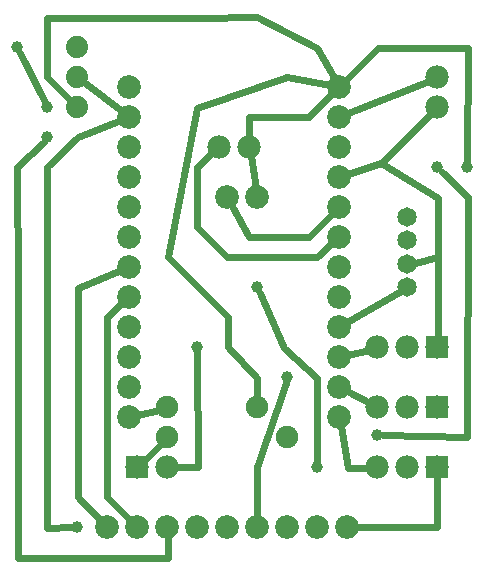
<source format=gtl>
G04 MADE WITH FRITZING*
G04 WWW.FRITZING.ORG*
G04 DOUBLE SIDED*
G04 HOLES PLATED*
G04 CONTOUR ON CENTER OF CONTOUR VECTOR*
%ASAXBY*%
%FSLAX23Y23*%
%MOIN*%
%OFA0B0*%
%SFA1.0B1.0*%
%ADD10C,0.074000*%
%ADD11C,0.039370*%
%ADD12C,0.075000*%
%ADD13C,0.079370*%
%ADD14C,0.078000*%
%ADD15C,0.065000*%
%ADD16R,0.078000X0.078000*%
%ADD17C,0.024000*%
%LNCOPPER1*%
G90*
G70*
G54D10*
X244Y1630D03*
X244Y1730D03*
X244Y1830D03*
G54D11*
X144Y1630D03*
X44Y1830D03*
X144Y1530D03*
X244Y230D03*
X644Y830D03*
X944Y730D03*
X844Y1030D03*
X1044Y430D03*
X1244Y538D03*
X1444Y1430D03*
G54D12*
X544Y630D03*
X844Y630D03*
X544Y630D03*
X844Y630D03*
X944Y530D03*
X544Y530D03*
X944Y530D03*
X544Y530D03*
G54D13*
X416Y1699D03*
X416Y1599D03*
X416Y1499D03*
X416Y1399D03*
X416Y1299D03*
X416Y1199D03*
X416Y1099D03*
X416Y999D03*
X416Y899D03*
X416Y799D03*
X416Y699D03*
X416Y599D03*
X1116Y1699D03*
X1116Y1599D03*
X1116Y1499D03*
X1116Y1399D03*
X1116Y1299D03*
X1116Y1199D03*
X1116Y1099D03*
X1116Y999D03*
X1116Y899D03*
X1116Y799D03*
X1116Y699D03*
X1116Y599D03*
G54D14*
X444Y430D03*
X544Y430D03*
G54D13*
X1144Y230D03*
X1044Y230D03*
X944Y230D03*
X844Y230D03*
X744Y230D03*
X644Y230D03*
X544Y230D03*
X444Y230D03*
X344Y230D03*
G54D14*
X1444Y430D03*
X1344Y430D03*
X1244Y430D03*
X1444Y630D03*
X1344Y630D03*
X1244Y630D03*
X1444Y830D03*
X1344Y830D03*
X1244Y830D03*
G54D15*
X1344Y1030D03*
X1344Y1108D03*
X1344Y1187D03*
X1344Y1266D03*
G54D14*
X716Y1499D03*
X816Y1499D03*
X716Y1499D03*
X816Y1499D03*
G54D13*
X744Y1330D03*
X844Y1330D03*
X744Y1330D03*
X844Y1330D03*
G54D11*
X1544Y1430D03*
G54D14*
X1444Y1730D03*
X1444Y1630D03*
X1444Y1730D03*
X1444Y1630D03*
G54D16*
X444Y430D03*
X1444Y430D03*
X1444Y630D03*
X1444Y830D03*
G54D17*
X1545Y1330D02*
X1544Y530D01*
D02*
X1544Y530D02*
X1263Y537D01*
D02*
X1458Y1416D02*
X1545Y1330D01*
D02*
X53Y1813D02*
X136Y1647D01*
D02*
X644Y1929D02*
X144Y1929D01*
D02*
X144Y1430D02*
X144Y229D01*
D02*
X144Y229D02*
X225Y230D01*
D02*
X245Y1531D02*
X144Y1430D01*
D02*
X388Y1588D02*
X245Y1531D01*
D02*
X269Y1711D02*
X392Y1618D01*
D02*
X844Y1930D02*
X644Y1929D01*
D02*
X144Y1929D02*
X144Y1730D01*
D02*
X144Y1730D02*
X223Y1652D01*
D02*
X1101Y1726D02*
X1043Y1829D01*
D02*
X1043Y1829D02*
X844Y1930D01*
D02*
X245Y330D02*
X245Y1029D01*
D02*
X245Y1029D02*
X388Y1087D01*
D02*
X323Y252D02*
X245Y330D01*
D02*
X344Y330D02*
X344Y930D01*
D02*
X344Y930D02*
X394Y978D01*
D02*
X423Y251D02*
X344Y330D01*
D02*
X1444Y231D02*
X1444Y400D01*
D02*
X1175Y230D02*
X1444Y231D01*
D02*
X524Y509D02*
X466Y451D01*
D02*
X45Y1030D02*
X45Y129D01*
D02*
X45Y129D02*
X546Y129D01*
D02*
X546Y129D02*
X545Y199D01*
D02*
X44Y1430D02*
X45Y1030D01*
D02*
X131Y1516D02*
X44Y1430D01*
D02*
X645Y430D02*
X644Y811D01*
D02*
X575Y430D02*
X645Y430D01*
D02*
X844Y430D02*
X938Y712D01*
D02*
X844Y260D02*
X844Y430D01*
D02*
X1146Y806D02*
X1215Y823D01*
D02*
X1143Y684D02*
X1218Y644D01*
D02*
X1145Y429D02*
X1214Y429D01*
D02*
X1121Y569D02*
X1145Y429D01*
D02*
X1044Y630D02*
X1044Y729D01*
D02*
X1044Y729D02*
X933Y828D01*
D02*
X933Y828D02*
X852Y1012D01*
D02*
X1044Y530D02*
X1044Y630D01*
D02*
X1044Y449D02*
X1044Y530D01*
D02*
X1143Y914D02*
X1324Y1018D01*
D02*
X446Y606D02*
X517Y623D01*
D02*
X1445Y1130D02*
X1368Y1113D01*
D02*
X1044Y1130D02*
X744Y1130D01*
D02*
X744Y1130D02*
X644Y1231D01*
D02*
X644Y1231D02*
X643Y1430D01*
D02*
X643Y1430D02*
X694Y1478D01*
D02*
X1094Y1178D02*
X1044Y1130D01*
D02*
X844Y729D02*
X844Y658D01*
D02*
X745Y831D02*
X844Y729D01*
D02*
X745Y930D02*
X745Y831D01*
D02*
X645Y1030D02*
X745Y930D01*
D02*
X546Y1130D02*
X645Y1030D01*
D02*
X643Y1629D02*
X546Y1130D01*
D02*
X943Y1730D02*
X643Y1629D01*
D02*
X1086Y1705D02*
X943Y1730D01*
D02*
X1445Y1329D02*
X1445Y1130D01*
D02*
X1445Y1130D02*
X1445Y860D01*
D02*
X1255Y1446D02*
X1445Y1329D01*
D02*
X839Y1360D02*
X821Y1469D01*
D02*
X816Y1599D02*
X816Y1529D01*
D02*
X1017Y1599D02*
X816Y1599D01*
D02*
X1094Y1677D02*
X1017Y1599D01*
D02*
X1145Y1409D02*
X1255Y1446D01*
D02*
X1017Y1199D02*
X1116Y1299D01*
D02*
X916Y1199D02*
X1017Y1199D01*
D02*
X816Y1199D02*
X916Y1199D01*
D02*
X759Y1303D02*
X816Y1199D01*
D02*
X1545Y1829D02*
X1544Y1449D01*
D02*
X1245Y1829D02*
X1545Y1829D01*
D02*
X1138Y1721D02*
X1245Y1829D01*
D02*
X1255Y1446D02*
X1423Y1609D01*
D02*
X1145Y1611D02*
X1416Y1719D01*
G04 End of Copper1*
M02*
</source>
